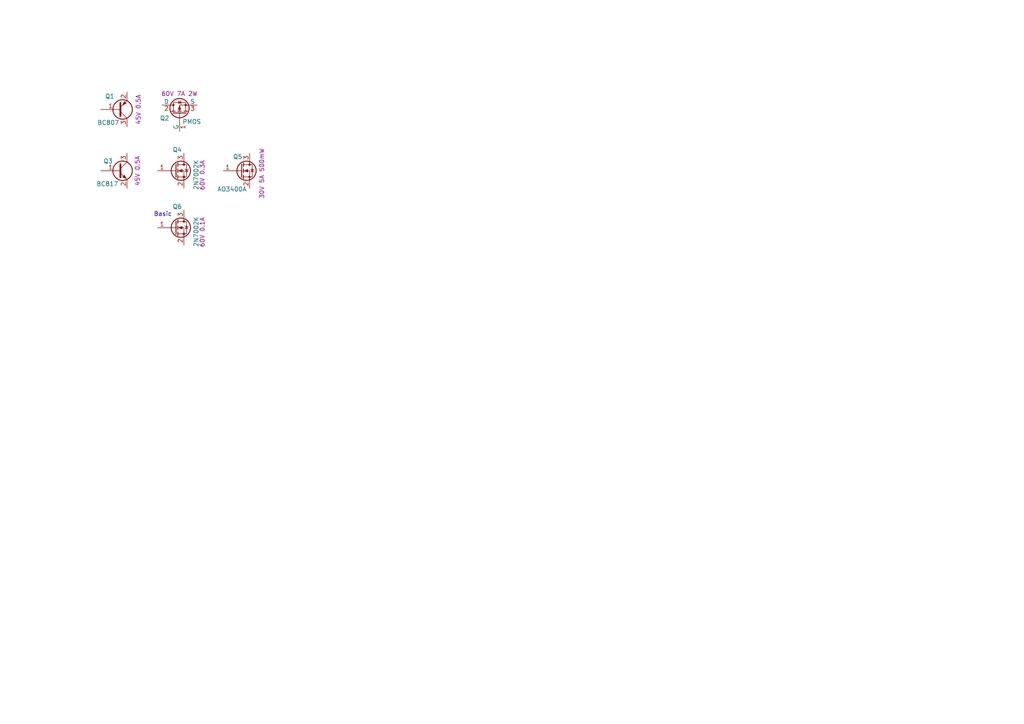
<source format=kicad_sch>
(kicad_sch (version 20231120) (generator "eeschema") (generator_version "8.0")
  (paper "A4")
  (lib_symbols
    (symbol "Simulation_SPICE:PMOS" (pin_names (offset 0))
      (property "Reference" "Q1" (at 8.89 0 90))
      (property "Value" "PMOS" (at 6.35 0 90))
      (symbol "PMOS_0_1"
        (polyline (pts (xy 0.254 0) (xy -2.54 0)))
        (polyline (pts (xy 0.254 1.905) (xy 0.254 -1.905)) (stroke (width 0.254)))
        (polyline (pts (xy 0.762 -1.27) (xy 0.762 -2.286)) (stroke (width 0.254)))
        (polyline (pts (xy 0.762 0.508) (xy 0.762 -0.508)) (stroke (width 0.254)))
        (polyline (pts (xy 0.762 2.286) (xy 0.762 1.27)) (stroke (width 0.254)))
        (polyline (pts (xy 2.54 2.54) (xy 2.54 1.778)))
        (polyline (pts (xy 2.54 -2.54) (xy 2.54 0) (xy 0.762 0)))
        (polyline (pts (xy 0.762 1.778) (xy 3.302 1.778) (xy 3.302 -1.778) (xy 0.762 -1.778)))
        (polyline (pts (xy 2.286 0) (xy 1.27 0.381) (xy 1.27 -0.381) (xy 2.286 0)) (fill (type outline)))
        (polyline (pts (xy 2.794 -0.508) (xy 2.921 -0.381) (xy 3.683 -0.381) (xy 3.81 -0.254)))
        (polyline (pts (xy 3.302 -0.381) (xy 2.921 0.254) (xy 3.683 0.254) (xy 3.302 -0.381)))
        (circle (center 1.651 0) (radius 2.794) (stroke (width 0.254)))
        (circle (center 2.54 -1.778) (radius 0.254) (fill (type outline)))
        (circle (center 2.54 1.778) (radius 0.254) (fill (type outline)))
      )
      (symbol "PMOS_1_1"
        (pin input line (at -5.08 0 0) (length 2.54) (name "G") (number "1"))
        (pin passive line (at 2.54 5.08 270) (length 2.54) (name "D") (number "2"))
        (pin passive line (at 2.54 -5.08 90) (length 2.54) (name "S") (number "3"))
      )
    )
    (symbol "Transistor_BJT:BC807" (pin_names (offset 0) hide)
      (property "Reference" "Q" (at 5.08 1.905 0))
      (property "Value" "BC807" (at 5.08 0 0))
      (symbol "BC807_0_1"
        (polyline (pts (xy 0.635 0.635) (xy 2.54 2.54)))
        (polyline (pts (xy 0.635 -0.635) (xy 2.54 -2.54) (xy 2.54 -2.54)))
        (polyline (pts (xy 0.635 1.905) (xy 0.635 -1.905) (xy 0.635 -1.905)) (stroke (width 0.508)))
        (polyline (pts (xy 2.286 -1.778) (xy 1.778 -2.286) (xy 1.27 -1.27) (xy 2.286 -1.778) (xy 2.286 -1.778)) (fill (type outline)))
        (circle (center 1.27 0) (radius 2.8194) (stroke (width 0.254)))
      )
      (symbol "BC807_1_1"
        (pin input line (at -5.08 0 0) (length 5.715) (name "B") (number "1"))
        (pin passive line (at 2.54 -5.08 90) (length 2.54) (name "E") (number "2"))
        (pin passive line (at 2.54 5.08 270) (length 2.54) (name "C") (number "3"))
      )
    )
    (symbol "Transistor_BJT:BC817" (pin_names (offset 0) hide)
      (property "Reference" "Q" (at 5.08 1.905 0))
      (property "Value" "BC817" (at 5.08 0 0))
      (symbol "BC817_0_1"
        (polyline (pts (xy 0.635 0.635) (xy 2.54 2.54)))
        (polyline (pts (xy 0.635 -0.635) (xy 2.54 -2.54) (xy 2.54 -2.54)))
        (polyline (pts (xy 0.635 1.905) (xy 0.635 -1.905) (xy 0.635 -1.905)) (stroke (width 0.508)))
        (polyline (pts (xy 1.27 -1.778) (xy 1.778 -1.27) (xy 2.286 -2.286) (xy 1.27 -1.778) (xy 1.27 -1.778)) (fill (type outline)))
        (circle (center 1.27 0) (radius 2.8194) (stroke (width 0.254)))
      )
      (symbol "BC817_1_1"
        (pin input line (at -5.08 0 0) (length 5.715) (name "B") (number "1"))
        (pin passive line (at 2.54 -5.08 90) (length 2.54) (name "E") (number "2"))
        (pin passive line (at 2.54 5.08 270) (length 2.54) (name "C") (number "3"))
      )
    )
    (symbol "Transistor_FET:2N7002K" (pin_names hide)
      (property "Reference" "Q" (at 5.08 1.905 0))
      (property "Value" "2N7002K" (at 5.08 0 0))
      (symbol "2N7002K_0_1"
        (polyline (pts (xy 0.254 0) (xy -2.54 0)))
        (polyline (pts (xy 0.254 1.905) (xy 0.254 -1.905)) (stroke (width 0.254)))
        (polyline (pts (xy 0.762 -1.27) (xy 0.762 -2.286)) (stroke (width 0.254)))
        (polyline (pts (xy 0.762 0.508) (xy 0.762 -0.508)) (stroke (width 0.254)))
        (polyline (pts (xy 0.762 2.286) (xy 0.762 1.27)) (stroke (width 0.254)))
        (polyline (pts (xy 2.54 2.54) (xy 2.54 1.778)))
        (polyline (pts (xy 2.54 -2.54) (xy 2.54 0) (xy 0.762 0)))
        (polyline (pts (xy 0.762 -1.778) (xy 3.302 -1.778) (xy 3.302 1.778) (xy 0.762 1.778)))
        (polyline (pts (xy 1.016 0) (xy 2.032 0.381) (xy 2.032 -0.381) (xy 1.016 0)) (fill (type outline)))
        (polyline (pts (xy 2.794 0.508) (xy 2.921 0.381) (xy 3.683 0.381) (xy 3.81 0.254)))
        (polyline (pts (xy 3.302 0.381) (xy 2.921 -0.254) (xy 3.683 -0.254) (xy 3.302 0.381)))
        (circle (center 1.651 0) (radius 2.794) (stroke (width 0.254)))
        (circle (center 2.54 -1.778) (radius 0.254) (fill (type outline)))
        (circle (center 2.54 1.778) (radius 0.254) (fill (type outline)))
      )
      (symbol "2N7002K_1_1"
        (pin input line (at -5.08 0 0) (length 2.54) (name "G") (number "1"))
        (pin passive line (at 2.54 -5.08 90) (length 2.54) (name "S") (number "2"))
        (pin passive line (at 2.54 5.08 270) (length 2.54) (name "D") (number "3"))
      )
    )
    (symbol "Transistor_FET:AO3400A" (pin_names hide)
      (property "Reference" "Q" (at 5.08 1.905 0))
      (property "Value" "AO3400A" (at 5.08 0 0))
      (symbol "AO3400A_0_1"
        (polyline (pts (xy 0.254 0) (xy -2.54 0)))
        (polyline (pts (xy 0.254 1.905) (xy 0.254 -1.905)) (stroke (width 0.254)))
        (polyline (pts (xy 0.762 -1.27) (xy 0.762 -2.286)) (stroke (width 0.254)))
        (polyline (pts (xy 0.762 0.508) (xy 0.762 -0.508)) (stroke (width 0.254)))
        (polyline (pts (xy 0.762 2.286) (xy 0.762 1.27)) (stroke (width 0.254)))
        (polyline (pts (xy 2.54 2.54) (xy 2.54 1.778)))
        (polyline (pts (xy 2.54 -2.54) (xy 2.54 0) (xy 0.762 0)))
        (polyline (pts (xy 0.762 -1.778) (xy 3.302 -1.778) (xy 3.302 1.778) (xy 0.762 1.778)))
        (polyline (pts (xy 1.016 0) (xy 2.032 0.381) (xy 2.032 -0.381) (xy 1.016 0)) (fill (type outline)))
        (polyline (pts (xy 2.794 0.508) (xy 2.921 0.381) (xy 3.683 0.381) (xy 3.81 0.254)))
        (polyline (pts (xy 3.302 0.381) (xy 2.921 -0.254) (xy 3.683 -0.254) (xy 3.302 0.381)))
        (circle (center 1.651 0) (radius 2.794) (stroke (width 0.254)))
        (circle (center 2.54 -1.778) (radius 0.254) (fill (type outline)))
        (circle (center 2.54 1.778) (radius 0.254) (fill (type outline)))
      )
      (symbol "AO3400A_1_1"
        (pin input line (at -5.08 0 0) (length 2.54) (name "G") (number "1"))
        (pin passive line (at 2.54 -5.08 90) (length 2.54) (name "S") (number "2"))
        (pin passive line (at 2.54 5.08 270) (length 2.54) (name "D") (number "3"))
      )
    )
  )
  (text "Basic" (at 47.244 62.23 0) (effects (font (size 1.27 1.27))))
  (symbol (lib_id "Transistor_BJT:BC807") (at 34.29 31.75 0) (mirror x) (unit 1)
    (property "Reference" "Q1" (at 30.48 27.94 0) (effects (justify left)))
    (property "Value" "BC807" (at 28.194 35.56 0) (effects (justify left)))
    (property "Footprint" "Package_TO_SOT_SMD:SOT-23" (effects (hide yes)))
    (property "Datasheet" "https://www.lcsc.com/datasheet/lcsc_datasheet_2210311730_TWGMC-BC807-40_C5204715.pdf" (effects (hide yes)))
    (property "Description" "45V 300mW 250@100mA,1V 500mA PNP SOT-23 Bipolar (BJT) ROHS" (effects (hide yes)))
    (property "LCSC" "C5204715" (effects (hide yes)))
    (property "Manufacturer " "TWGMC" (effects (hide yes)))
    (property "Mfr. Part Number" "BC807-40" (effects (hide yes)))
    (property "Observations" "45V 0.5A" (at 40.132 31.75 90))
  )
  (symbol (lib_id "Transistor_FET:2N7002K") (at 50.8 66.04 0) (unit 1)
    (property "Reference" "Q6" (at 50.038 59.944 0) (effects (justify left)))
    (property "Value" "2N7002K" (at 56.896 71.628 90) (effects (justify left)))
    (property "Footprint" "Package_TO_SOT_SMD:SOT-23" (effects (hide yes)))
    (property "Datasheet" "https://www.diodes.com/assets/Datasheets/ds30896.pdf" (effects (hide yes)))
    (property "Description" "1 N-channel 115mA 2.5V 225mW 50pF 5pF 5Ω@10V 60V SOT-23 MOSFETs ROHS" (effects (hide yes)))
    (property "LCSC" "C8545" (effects (hide yes)))
    (property "Observations" "60V 0.1A" (at 58.674 67.31 90))
  )
  (symbol (lib_id "Transistor_FET:AO3400A") (at 69.85 49.53 0) (unit 1)
    (property "Reference" "Q5" (at 67.564 45.466 0) (effects (justify left)))
    (property "Value" "AO3400A" (at 62.992 54.864 0) (effects (justify left)))
    (property "Footprint" "Package_TO_SOT_SMD:SOT-23" (effects (hide yes)))
    (property "Datasheet" "http://www.aosmd.com/pdfs/datasheet/AO3400A.pdf" (effects (hide yes)))
    (property "Description" "30V Vds, 5.7A Id, N-Channel MOSFET, SOT-23" (effects (hide yes)))
    (property "LCSC" "C347497" (effects (hide yes)))
    (property "Observations" "30V 5A 500mW" (at 75.946 50.292 90))
  )
  (symbol (lib_id "Transistor_FET:2N7002K") (at 50.8 49.53 0) (unit 1)
    (property "Reference" "Q4" (at 50.038 43.434 0) (effects (justify left)))
    (property "Value" "2N7002K" (at 56.896 55.118 90) (effects (justify left)))
    (property "Footprint" "Package_TO_SOT_SMD:SOT-23" (effects (hide yes)))
    (property "Datasheet" "https://www.diodes.com/assets/Datasheets/ds30896.pdf" (effects (hide yes)))
    (property "Description" "0.38A Id, 60V Vds, N-Channel MOSFET, SOT-23" (effects (hide yes)))
    (property "LCSC" "C65189" (effects (hide yes)))
    (property "Observations" "60V 0.3A" (at 58.674 50.8 90))
  )
  (symbol (lib_id "Transistor_BJT:BC817") (at 34.29 49.53 0) (unit 1)
    (property "Reference" "Q3" (at 29.972 46.736 0) (effects (justify left)))
    (property "Value" "BC817" (at 27.94 53.34 0) (effects (justify left)))
    (property "Footprint" "Package_TO_SOT_SMD:SOT-23" (effects (hide yes)))
    (property "Datasheet" "https://www.onsemi.com/pub/Collateral/BC818-D.pdf" (effects (hide yes)))
    (property "Description" "45V 250mW 250@100mA,1V 500mA NPN SOT-23 Bipolar (BJT) ROHS" (effects (hide yes)))
    (property "Manufacturer " "Nexperia" (effects (hide yes)))
    (property "Mfr. Part Number" "BC817-40,215" (effects (hide yes)))
    (property "Observations" "45V 0.5A" (at 39.878 49.53 90))
  )
  (symbol (lib_id "Simulation_SPICE:PMOS") (at 52.07 33.02 90) (unit 1)
    (property "Reference" "Q2" (at 47.752 34.29 90))
    (property "Value" "PMOS" (at 55.626 35.306 90))
    (property "Footprint" "Package_TO_SOT_SMD:SOT-223-3_TabPin2" (effects (hide yes)))
    (property "Datasheet" "https://ngspice.sourceforge.io/docs/ngspice-html-manual/manual.xhtml#cha_MOSFETs" (effects (hide yes)))
    (property "Description" "P-MOSFET transistor, drain/source/gate" (effects (hide yes)))
    (property "LCSC" "C154901" (effects (hide yes)))
    (property "Observations" "60V 7A 2W" (at 52.07 27.178 90))
  )
)
</source>
